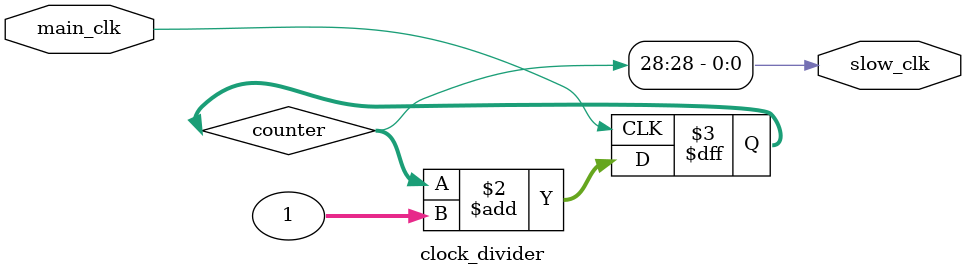
<source format=v>
`timescale 1ns / 1ps

module clock_divider(main_clk,slow_clk);

input main_clk;
output slow_clk;

reg [31:0]counter;

always@(posedge main_clk)
begin
counter <= counter + 1;
end                     
assign slow_clk = counter[28];

endmodule


</source>
